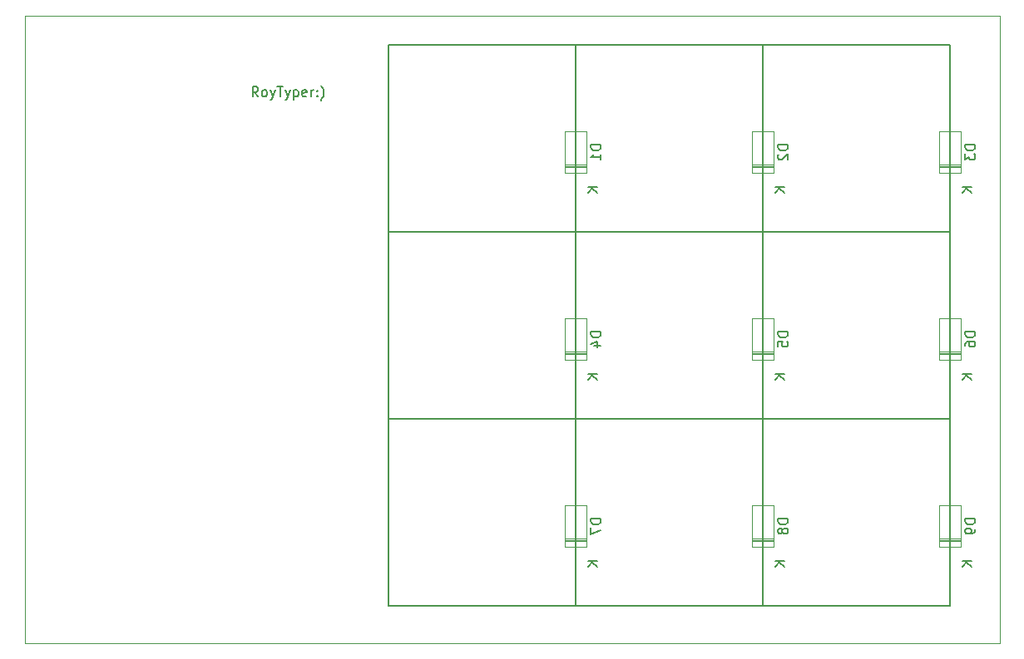
<source format=gbr>
%TF.GenerationSoftware,KiCad,Pcbnew,8.0.8*%
%TF.CreationDate,2025-02-16T15:54:53+05:30*%
%TF.ProjectId,RoyTyper,526f7954-7970-4657-922e-6b696361645f,rev?*%
%TF.SameCoordinates,Original*%
%TF.FileFunction,Legend,Bot*%
%TF.FilePolarity,Positive*%
%FSLAX46Y46*%
G04 Gerber Fmt 4.6, Leading zero omitted, Abs format (unit mm)*
G04 Created by KiCad (PCBNEW 8.0.8) date 2025-02-16 15:54:53*
%MOMM*%
%LPD*%
G01*
G04 APERTURE LIST*
%ADD10C,0.150000*%
%ADD11C,0.120000*%
%TA.AperFunction,Profile*%
%ADD12C,0.050000*%
%TD*%
G04 APERTURE END LIST*
D10*
X130899819Y-108640655D02*
X129899819Y-108640655D01*
X129899819Y-108640655D02*
X129899819Y-108878750D01*
X129899819Y-108878750D02*
X129947438Y-109021607D01*
X129947438Y-109021607D02*
X130042676Y-109116845D01*
X130042676Y-109116845D02*
X130137914Y-109164464D01*
X130137914Y-109164464D02*
X130328390Y-109212083D01*
X130328390Y-109212083D02*
X130471247Y-109212083D01*
X130471247Y-109212083D02*
X130661723Y-109164464D01*
X130661723Y-109164464D02*
X130756961Y-109116845D01*
X130756961Y-109116845D02*
X130852200Y-109021607D01*
X130852200Y-109021607D02*
X130899819Y-108878750D01*
X130899819Y-108878750D02*
X130899819Y-108640655D01*
X130328390Y-109783512D02*
X130280771Y-109688274D01*
X130280771Y-109688274D02*
X130233152Y-109640655D01*
X130233152Y-109640655D02*
X130137914Y-109593036D01*
X130137914Y-109593036D02*
X130090295Y-109593036D01*
X130090295Y-109593036D02*
X129995057Y-109640655D01*
X129995057Y-109640655D02*
X129947438Y-109688274D01*
X129947438Y-109688274D02*
X129899819Y-109783512D01*
X129899819Y-109783512D02*
X129899819Y-109973988D01*
X129899819Y-109973988D02*
X129947438Y-110069226D01*
X129947438Y-110069226D02*
X129995057Y-110116845D01*
X129995057Y-110116845D02*
X130090295Y-110164464D01*
X130090295Y-110164464D02*
X130137914Y-110164464D01*
X130137914Y-110164464D02*
X130233152Y-110116845D01*
X130233152Y-110116845D02*
X130280771Y-110069226D01*
X130280771Y-110069226D02*
X130328390Y-109973988D01*
X130328390Y-109973988D02*
X130328390Y-109783512D01*
X130328390Y-109783512D02*
X130376009Y-109688274D01*
X130376009Y-109688274D02*
X130423628Y-109640655D01*
X130423628Y-109640655D02*
X130518866Y-109593036D01*
X130518866Y-109593036D02*
X130709342Y-109593036D01*
X130709342Y-109593036D02*
X130804580Y-109640655D01*
X130804580Y-109640655D02*
X130852200Y-109688274D01*
X130852200Y-109688274D02*
X130899819Y-109783512D01*
X130899819Y-109783512D02*
X130899819Y-109973988D01*
X130899819Y-109973988D02*
X130852200Y-110069226D01*
X130852200Y-110069226D02*
X130804580Y-110116845D01*
X130804580Y-110116845D02*
X130709342Y-110164464D01*
X130709342Y-110164464D02*
X130518866Y-110164464D01*
X130518866Y-110164464D02*
X130423628Y-110116845D01*
X130423628Y-110116845D02*
X130376009Y-110069226D01*
X130376009Y-110069226D02*
X130328390Y-109973988D01*
X130579819Y-112926845D02*
X129579819Y-112926845D01*
X130579819Y-113498273D02*
X130008390Y-113069702D01*
X129579819Y-113498273D02*
X130151247Y-112926845D01*
X111849819Y-108640655D02*
X110849819Y-108640655D01*
X110849819Y-108640655D02*
X110849819Y-108878750D01*
X110849819Y-108878750D02*
X110897438Y-109021607D01*
X110897438Y-109021607D02*
X110992676Y-109116845D01*
X110992676Y-109116845D02*
X111087914Y-109164464D01*
X111087914Y-109164464D02*
X111278390Y-109212083D01*
X111278390Y-109212083D02*
X111421247Y-109212083D01*
X111421247Y-109212083D02*
X111611723Y-109164464D01*
X111611723Y-109164464D02*
X111706961Y-109116845D01*
X111706961Y-109116845D02*
X111802200Y-109021607D01*
X111802200Y-109021607D02*
X111849819Y-108878750D01*
X111849819Y-108878750D02*
X111849819Y-108640655D01*
X110849819Y-109545417D02*
X110849819Y-110212083D01*
X110849819Y-110212083D02*
X111849819Y-109783512D01*
X111529819Y-112926845D02*
X110529819Y-112926845D01*
X111529819Y-113498273D02*
X110958390Y-113069702D01*
X110529819Y-113498273D02*
X111101247Y-112926845D01*
X149949819Y-70540655D02*
X148949819Y-70540655D01*
X148949819Y-70540655D02*
X148949819Y-70778750D01*
X148949819Y-70778750D02*
X148997438Y-70921607D01*
X148997438Y-70921607D02*
X149092676Y-71016845D01*
X149092676Y-71016845D02*
X149187914Y-71064464D01*
X149187914Y-71064464D02*
X149378390Y-71112083D01*
X149378390Y-71112083D02*
X149521247Y-71112083D01*
X149521247Y-71112083D02*
X149711723Y-71064464D01*
X149711723Y-71064464D02*
X149806961Y-71016845D01*
X149806961Y-71016845D02*
X149902200Y-70921607D01*
X149902200Y-70921607D02*
X149949819Y-70778750D01*
X149949819Y-70778750D02*
X149949819Y-70540655D01*
X148949819Y-71445417D02*
X148949819Y-72064464D01*
X148949819Y-72064464D02*
X149330771Y-71731131D01*
X149330771Y-71731131D02*
X149330771Y-71873988D01*
X149330771Y-71873988D02*
X149378390Y-71969226D01*
X149378390Y-71969226D02*
X149426009Y-72016845D01*
X149426009Y-72016845D02*
X149521247Y-72064464D01*
X149521247Y-72064464D02*
X149759342Y-72064464D01*
X149759342Y-72064464D02*
X149854580Y-72016845D01*
X149854580Y-72016845D02*
X149902200Y-71969226D01*
X149902200Y-71969226D02*
X149949819Y-71873988D01*
X149949819Y-71873988D02*
X149949819Y-71588274D01*
X149949819Y-71588274D02*
X149902200Y-71493036D01*
X149902200Y-71493036D02*
X149854580Y-71445417D01*
X149629819Y-74826845D02*
X148629819Y-74826845D01*
X149629819Y-75398273D02*
X149058390Y-74969702D01*
X148629819Y-75398273D02*
X149201247Y-74826845D01*
X149949819Y-108640655D02*
X148949819Y-108640655D01*
X148949819Y-108640655D02*
X148949819Y-108878750D01*
X148949819Y-108878750D02*
X148997438Y-109021607D01*
X148997438Y-109021607D02*
X149092676Y-109116845D01*
X149092676Y-109116845D02*
X149187914Y-109164464D01*
X149187914Y-109164464D02*
X149378390Y-109212083D01*
X149378390Y-109212083D02*
X149521247Y-109212083D01*
X149521247Y-109212083D02*
X149711723Y-109164464D01*
X149711723Y-109164464D02*
X149806961Y-109116845D01*
X149806961Y-109116845D02*
X149902200Y-109021607D01*
X149902200Y-109021607D02*
X149949819Y-108878750D01*
X149949819Y-108878750D02*
X149949819Y-108640655D01*
X149949819Y-109688274D02*
X149949819Y-109878750D01*
X149949819Y-109878750D02*
X149902200Y-109973988D01*
X149902200Y-109973988D02*
X149854580Y-110021607D01*
X149854580Y-110021607D02*
X149711723Y-110116845D01*
X149711723Y-110116845D02*
X149521247Y-110164464D01*
X149521247Y-110164464D02*
X149140295Y-110164464D01*
X149140295Y-110164464D02*
X149045057Y-110116845D01*
X149045057Y-110116845D02*
X148997438Y-110069226D01*
X148997438Y-110069226D02*
X148949819Y-109973988D01*
X148949819Y-109973988D02*
X148949819Y-109783512D01*
X148949819Y-109783512D02*
X148997438Y-109688274D01*
X148997438Y-109688274D02*
X149045057Y-109640655D01*
X149045057Y-109640655D02*
X149140295Y-109593036D01*
X149140295Y-109593036D02*
X149378390Y-109593036D01*
X149378390Y-109593036D02*
X149473628Y-109640655D01*
X149473628Y-109640655D02*
X149521247Y-109688274D01*
X149521247Y-109688274D02*
X149568866Y-109783512D01*
X149568866Y-109783512D02*
X149568866Y-109973988D01*
X149568866Y-109973988D02*
X149521247Y-110069226D01*
X149521247Y-110069226D02*
X149473628Y-110116845D01*
X149473628Y-110116845D02*
X149378390Y-110164464D01*
X149629819Y-112926845D02*
X148629819Y-112926845D01*
X149629819Y-113498273D02*
X149058390Y-113069702D01*
X148629819Y-113498273D02*
X149201247Y-112926845D01*
X149949819Y-89590655D02*
X148949819Y-89590655D01*
X148949819Y-89590655D02*
X148949819Y-89828750D01*
X148949819Y-89828750D02*
X148997438Y-89971607D01*
X148997438Y-89971607D02*
X149092676Y-90066845D01*
X149092676Y-90066845D02*
X149187914Y-90114464D01*
X149187914Y-90114464D02*
X149378390Y-90162083D01*
X149378390Y-90162083D02*
X149521247Y-90162083D01*
X149521247Y-90162083D02*
X149711723Y-90114464D01*
X149711723Y-90114464D02*
X149806961Y-90066845D01*
X149806961Y-90066845D02*
X149902200Y-89971607D01*
X149902200Y-89971607D02*
X149949819Y-89828750D01*
X149949819Y-89828750D02*
X149949819Y-89590655D01*
X148949819Y-91019226D02*
X148949819Y-90828750D01*
X148949819Y-90828750D02*
X148997438Y-90733512D01*
X148997438Y-90733512D02*
X149045057Y-90685893D01*
X149045057Y-90685893D02*
X149187914Y-90590655D01*
X149187914Y-90590655D02*
X149378390Y-90543036D01*
X149378390Y-90543036D02*
X149759342Y-90543036D01*
X149759342Y-90543036D02*
X149854580Y-90590655D01*
X149854580Y-90590655D02*
X149902200Y-90638274D01*
X149902200Y-90638274D02*
X149949819Y-90733512D01*
X149949819Y-90733512D02*
X149949819Y-90923988D01*
X149949819Y-90923988D02*
X149902200Y-91019226D01*
X149902200Y-91019226D02*
X149854580Y-91066845D01*
X149854580Y-91066845D02*
X149759342Y-91114464D01*
X149759342Y-91114464D02*
X149521247Y-91114464D01*
X149521247Y-91114464D02*
X149426009Y-91066845D01*
X149426009Y-91066845D02*
X149378390Y-91019226D01*
X149378390Y-91019226D02*
X149330771Y-90923988D01*
X149330771Y-90923988D02*
X149330771Y-90733512D01*
X149330771Y-90733512D02*
X149378390Y-90638274D01*
X149378390Y-90638274D02*
X149426009Y-90590655D01*
X149426009Y-90590655D02*
X149521247Y-90543036D01*
X149629819Y-93876845D02*
X148629819Y-93876845D01*
X149629819Y-94448273D02*
X149058390Y-94019702D01*
X148629819Y-94448273D02*
X149201247Y-93876845D01*
X130899819Y-70540655D02*
X129899819Y-70540655D01*
X129899819Y-70540655D02*
X129899819Y-70778750D01*
X129899819Y-70778750D02*
X129947438Y-70921607D01*
X129947438Y-70921607D02*
X130042676Y-71016845D01*
X130042676Y-71016845D02*
X130137914Y-71064464D01*
X130137914Y-71064464D02*
X130328390Y-71112083D01*
X130328390Y-71112083D02*
X130471247Y-71112083D01*
X130471247Y-71112083D02*
X130661723Y-71064464D01*
X130661723Y-71064464D02*
X130756961Y-71016845D01*
X130756961Y-71016845D02*
X130852200Y-70921607D01*
X130852200Y-70921607D02*
X130899819Y-70778750D01*
X130899819Y-70778750D02*
X130899819Y-70540655D01*
X129995057Y-71493036D02*
X129947438Y-71540655D01*
X129947438Y-71540655D02*
X129899819Y-71635893D01*
X129899819Y-71635893D02*
X129899819Y-71873988D01*
X129899819Y-71873988D02*
X129947438Y-71969226D01*
X129947438Y-71969226D02*
X129995057Y-72016845D01*
X129995057Y-72016845D02*
X130090295Y-72064464D01*
X130090295Y-72064464D02*
X130185533Y-72064464D01*
X130185533Y-72064464D02*
X130328390Y-72016845D01*
X130328390Y-72016845D02*
X130899819Y-71445417D01*
X130899819Y-71445417D02*
X130899819Y-72064464D01*
X130579819Y-74826845D02*
X129579819Y-74826845D01*
X130579819Y-75398273D02*
X130008390Y-74969702D01*
X129579819Y-75398273D02*
X130151247Y-74826845D01*
X130899819Y-89590655D02*
X129899819Y-89590655D01*
X129899819Y-89590655D02*
X129899819Y-89828750D01*
X129899819Y-89828750D02*
X129947438Y-89971607D01*
X129947438Y-89971607D02*
X130042676Y-90066845D01*
X130042676Y-90066845D02*
X130137914Y-90114464D01*
X130137914Y-90114464D02*
X130328390Y-90162083D01*
X130328390Y-90162083D02*
X130471247Y-90162083D01*
X130471247Y-90162083D02*
X130661723Y-90114464D01*
X130661723Y-90114464D02*
X130756961Y-90066845D01*
X130756961Y-90066845D02*
X130852200Y-89971607D01*
X130852200Y-89971607D02*
X130899819Y-89828750D01*
X130899819Y-89828750D02*
X130899819Y-89590655D01*
X129899819Y-91066845D02*
X129899819Y-90590655D01*
X129899819Y-90590655D02*
X130376009Y-90543036D01*
X130376009Y-90543036D02*
X130328390Y-90590655D01*
X130328390Y-90590655D02*
X130280771Y-90685893D01*
X130280771Y-90685893D02*
X130280771Y-90923988D01*
X130280771Y-90923988D02*
X130328390Y-91019226D01*
X130328390Y-91019226D02*
X130376009Y-91066845D01*
X130376009Y-91066845D02*
X130471247Y-91114464D01*
X130471247Y-91114464D02*
X130709342Y-91114464D01*
X130709342Y-91114464D02*
X130804580Y-91066845D01*
X130804580Y-91066845D02*
X130852200Y-91019226D01*
X130852200Y-91019226D02*
X130899819Y-90923988D01*
X130899819Y-90923988D02*
X130899819Y-90685893D01*
X130899819Y-90685893D02*
X130852200Y-90590655D01*
X130852200Y-90590655D02*
X130804580Y-90543036D01*
X130579819Y-93876845D02*
X129579819Y-93876845D01*
X130579819Y-94448273D02*
X130008390Y-94019702D01*
X129579819Y-94448273D02*
X130151247Y-93876845D01*
X111849819Y-70540655D02*
X110849819Y-70540655D01*
X110849819Y-70540655D02*
X110849819Y-70778750D01*
X110849819Y-70778750D02*
X110897438Y-70921607D01*
X110897438Y-70921607D02*
X110992676Y-71016845D01*
X110992676Y-71016845D02*
X111087914Y-71064464D01*
X111087914Y-71064464D02*
X111278390Y-71112083D01*
X111278390Y-71112083D02*
X111421247Y-71112083D01*
X111421247Y-71112083D02*
X111611723Y-71064464D01*
X111611723Y-71064464D02*
X111706961Y-71016845D01*
X111706961Y-71016845D02*
X111802200Y-70921607D01*
X111802200Y-70921607D02*
X111849819Y-70778750D01*
X111849819Y-70778750D02*
X111849819Y-70540655D01*
X111849819Y-72064464D02*
X111849819Y-71493036D01*
X111849819Y-71778750D02*
X110849819Y-71778750D01*
X110849819Y-71778750D02*
X110992676Y-71683512D01*
X110992676Y-71683512D02*
X111087914Y-71588274D01*
X111087914Y-71588274D02*
X111135533Y-71493036D01*
X111529819Y-74826845D02*
X110529819Y-74826845D01*
X111529819Y-75398273D02*
X110958390Y-74969702D01*
X110529819Y-75398273D02*
X111101247Y-74826845D01*
X111849819Y-89590655D02*
X110849819Y-89590655D01*
X110849819Y-89590655D02*
X110849819Y-89828750D01*
X110849819Y-89828750D02*
X110897438Y-89971607D01*
X110897438Y-89971607D02*
X110992676Y-90066845D01*
X110992676Y-90066845D02*
X111087914Y-90114464D01*
X111087914Y-90114464D02*
X111278390Y-90162083D01*
X111278390Y-90162083D02*
X111421247Y-90162083D01*
X111421247Y-90162083D02*
X111611723Y-90114464D01*
X111611723Y-90114464D02*
X111706961Y-90066845D01*
X111706961Y-90066845D02*
X111802200Y-89971607D01*
X111802200Y-89971607D02*
X111849819Y-89828750D01*
X111849819Y-89828750D02*
X111849819Y-89590655D01*
X111183152Y-91019226D02*
X111849819Y-91019226D01*
X110802200Y-90781131D02*
X111516485Y-90543036D01*
X111516485Y-90543036D02*
X111516485Y-91162083D01*
X111529819Y-93876845D02*
X110529819Y-93876845D01*
X111529819Y-94448273D02*
X110958390Y-94019702D01*
X110529819Y-94448273D02*
X111101247Y-93876845D01*
D11*
%TO.C,D8*%
X127205000Y-107258750D02*
X127205000Y-111498750D01*
X127205000Y-110658750D02*
X129445000Y-110658750D01*
X127205000Y-110778750D02*
X129445000Y-110778750D01*
X127205000Y-110898750D02*
X129445000Y-110898750D01*
X127205000Y-111498750D02*
X129445000Y-111498750D01*
X128325000Y-107258750D02*
X128325000Y-106608750D01*
X128325000Y-111498750D02*
X128325000Y-112148750D01*
X129445000Y-107258750D02*
X127205000Y-107258750D01*
X129445000Y-111498750D02*
X129445000Y-107258750D01*
%TO.C,D7*%
X108155000Y-107258750D02*
X108155000Y-111498750D01*
X108155000Y-110658750D02*
X110395000Y-110658750D01*
X108155000Y-110778750D02*
X110395000Y-110778750D01*
X108155000Y-110898750D02*
X110395000Y-110898750D01*
X108155000Y-111498750D02*
X110395000Y-111498750D01*
X109275000Y-107258750D02*
X109275000Y-106608750D01*
X109275000Y-111498750D02*
X109275000Y-112148750D01*
X110395000Y-107258750D02*
X108155000Y-107258750D01*
X110395000Y-111498750D02*
X110395000Y-107258750D01*
%TO.C,D3*%
X146255000Y-69158750D02*
X146255000Y-73398750D01*
X146255000Y-72558750D02*
X148495000Y-72558750D01*
X146255000Y-72678750D02*
X148495000Y-72678750D01*
X146255000Y-72798750D02*
X148495000Y-72798750D01*
X146255000Y-73398750D02*
X148495000Y-73398750D01*
X147375000Y-69158750D02*
X147375000Y-68508750D01*
X147375000Y-73398750D02*
X147375000Y-74048750D01*
X148495000Y-69158750D02*
X146255000Y-69158750D01*
X148495000Y-73398750D02*
X148495000Y-69158750D01*
%TO.C,D9*%
X146255000Y-107258750D02*
X146255000Y-111498750D01*
X146255000Y-110658750D02*
X148495000Y-110658750D01*
X146255000Y-110778750D02*
X148495000Y-110778750D01*
X146255000Y-110898750D02*
X148495000Y-110898750D01*
X146255000Y-111498750D02*
X148495000Y-111498750D01*
X147375000Y-107258750D02*
X147375000Y-106608750D01*
X147375000Y-111498750D02*
X147375000Y-112148750D01*
X148495000Y-107258750D02*
X146255000Y-107258750D01*
X148495000Y-111498750D02*
X148495000Y-107258750D01*
%TO.C,D6*%
X146255000Y-88208750D02*
X146255000Y-92448750D01*
X146255000Y-91608750D02*
X148495000Y-91608750D01*
X146255000Y-91728750D02*
X148495000Y-91728750D01*
X146255000Y-91848750D02*
X148495000Y-91848750D01*
X146255000Y-92448750D02*
X148495000Y-92448750D01*
X147375000Y-88208750D02*
X147375000Y-87558750D01*
X147375000Y-92448750D02*
X147375000Y-93098750D01*
X148495000Y-88208750D02*
X146255000Y-88208750D01*
X148495000Y-92448750D02*
X148495000Y-88208750D01*
%TO.C,D2*%
X127205000Y-69158750D02*
X127205000Y-73398750D01*
X127205000Y-72558750D02*
X129445000Y-72558750D01*
X127205000Y-72678750D02*
X129445000Y-72678750D01*
X127205000Y-72798750D02*
X129445000Y-72798750D01*
X127205000Y-73398750D02*
X129445000Y-73398750D01*
X128325000Y-69158750D02*
X128325000Y-68508750D01*
X128325000Y-73398750D02*
X128325000Y-74048750D01*
X129445000Y-69158750D02*
X127205000Y-69158750D01*
X129445000Y-73398750D02*
X129445000Y-69158750D01*
%TO.C,D5*%
X127205000Y-88208750D02*
X127205000Y-92448750D01*
X127205000Y-91608750D02*
X129445000Y-91608750D01*
X127205000Y-91728750D02*
X129445000Y-91728750D01*
X127205000Y-91848750D02*
X129445000Y-91848750D01*
X127205000Y-92448750D02*
X129445000Y-92448750D01*
X128325000Y-88208750D02*
X128325000Y-87558750D01*
X128325000Y-92448750D02*
X128325000Y-93098750D01*
X129445000Y-88208750D02*
X127205000Y-88208750D01*
X129445000Y-92448750D02*
X129445000Y-88208750D01*
%TO.C,D1*%
X108155000Y-69158750D02*
X108155000Y-73398750D01*
X108155000Y-72558750D02*
X110395000Y-72558750D01*
X108155000Y-72678750D02*
X110395000Y-72678750D01*
X108155000Y-72798750D02*
X110395000Y-72798750D01*
X108155000Y-73398750D02*
X110395000Y-73398750D01*
X109275000Y-69158750D02*
X109275000Y-68508750D01*
X109275000Y-73398750D02*
X109275000Y-74048750D01*
X110395000Y-69158750D02*
X108155000Y-69158750D01*
X110395000Y-73398750D02*
X110395000Y-69158750D01*
%TO.C,D4*%
X108155000Y-88208750D02*
X108155000Y-92448750D01*
X108155000Y-91608750D02*
X110395000Y-91608750D01*
X108155000Y-91728750D02*
X110395000Y-91728750D01*
X108155000Y-91848750D02*
X110395000Y-91848750D01*
X108155000Y-92448750D02*
X110395000Y-92448750D01*
X109275000Y-88208750D02*
X109275000Y-87558750D01*
X109275000Y-92448750D02*
X109275000Y-93098750D01*
X110395000Y-88208750D02*
X108155000Y-88208750D01*
X110395000Y-92448750D02*
X110395000Y-88208750D01*
%TD*%
D10*
%TO.C,SW3*%
X128325000Y-60325000D02*
X147375000Y-60325000D01*
X128325000Y-79375000D02*
X128325000Y-60325000D01*
X147375000Y-60325000D02*
X147375000Y-79375000D01*
X147375000Y-79375000D02*
X128325000Y-79375000D01*
%TO.C,SW6*%
X128325000Y-79375000D02*
X147375000Y-79375000D01*
X128325000Y-98425000D02*
X128325000Y-79375000D01*
X147375000Y-79375000D02*
X147375000Y-98425000D01*
X147375000Y-98425000D02*
X128325000Y-98425000D01*
%TO.C,SW1*%
X90225000Y-60325000D02*
X109275000Y-60325000D01*
X90225000Y-79375000D02*
X90225000Y-60325000D01*
X109275000Y-60325000D02*
X109275000Y-79375000D01*
X109275000Y-79375000D02*
X90225000Y-79375000D01*
%TO.C,SW4*%
X90225000Y-79375000D02*
X109275000Y-79375000D01*
X90225000Y-98425000D02*
X90225000Y-79375000D01*
X109275000Y-79375000D02*
X109275000Y-98425000D01*
X109275000Y-98425000D02*
X90225000Y-98425000D01*
%TO.C,SW5*%
X109275000Y-79375000D02*
X128325000Y-79375000D01*
X109275000Y-98425000D02*
X109275000Y-79375000D01*
X128325000Y-79375000D02*
X128325000Y-98425000D01*
X128325000Y-98425000D02*
X109275000Y-98425000D01*
%TO.C,SW2*%
X109275000Y-60325000D02*
X128325000Y-60325000D01*
X109275000Y-79375000D02*
X109275000Y-60325000D01*
X128325000Y-60325000D02*
X128325000Y-79375000D01*
X128325000Y-79375000D02*
X109275000Y-79375000D01*
%TO.C,SW9*%
X128325000Y-98425000D02*
X147375000Y-98425000D01*
X128325000Y-117475000D02*
X128325000Y-98425000D01*
X147375000Y-98425000D02*
X147375000Y-117475000D01*
X147375000Y-117475000D02*
X128325000Y-117475000D01*
%TO.C,SW7*%
X90225000Y-98425000D02*
X109275000Y-98425000D01*
X90225000Y-117475000D02*
X90225000Y-98425000D01*
X109275000Y-98425000D02*
X109275000Y-117475000D01*
X109275000Y-117475000D02*
X90225000Y-117475000D01*
%TO.C,SW8*%
X109275000Y-98425000D02*
X128325000Y-98425000D01*
X109275000Y-117475000D02*
X109275000Y-98425000D01*
X128325000Y-98425000D02*
X128325000Y-117475000D01*
X128325000Y-117475000D02*
X109275000Y-117475000D01*
%TD*%
D12*
X53215000Y-57345000D02*
X152445000Y-57345000D01*
X152445000Y-121285000D01*
X53215000Y-121285000D01*
X53215000Y-57345000D01*
D10*
X76983207Y-65604819D02*
X76649874Y-65128628D01*
X76411779Y-65604819D02*
X76411779Y-64604819D01*
X76411779Y-64604819D02*
X76792731Y-64604819D01*
X76792731Y-64604819D02*
X76887969Y-64652438D01*
X76887969Y-64652438D02*
X76935588Y-64700057D01*
X76935588Y-64700057D02*
X76983207Y-64795295D01*
X76983207Y-64795295D02*
X76983207Y-64938152D01*
X76983207Y-64938152D02*
X76935588Y-65033390D01*
X76935588Y-65033390D02*
X76887969Y-65081009D01*
X76887969Y-65081009D02*
X76792731Y-65128628D01*
X76792731Y-65128628D02*
X76411779Y-65128628D01*
X77554636Y-65604819D02*
X77459398Y-65557200D01*
X77459398Y-65557200D02*
X77411779Y-65509580D01*
X77411779Y-65509580D02*
X77364160Y-65414342D01*
X77364160Y-65414342D02*
X77364160Y-65128628D01*
X77364160Y-65128628D02*
X77411779Y-65033390D01*
X77411779Y-65033390D02*
X77459398Y-64985771D01*
X77459398Y-64985771D02*
X77554636Y-64938152D01*
X77554636Y-64938152D02*
X77697493Y-64938152D01*
X77697493Y-64938152D02*
X77792731Y-64985771D01*
X77792731Y-64985771D02*
X77840350Y-65033390D01*
X77840350Y-65033390D02*
X77887969Y-65128628D01*
X77887969Y-65128628D02*
X77887969Y-65414342D01*
X77887969Y-65414342D02*
X77840350Y-65509580D01*
X77840350Y-65509580D02*
X77792731Y-65557200D01*
X77792731Y-65557200D02*
X77697493Y-65604819D01*
X77697493Y-65604819D02*
X77554636Y-65604819D01*
X78221303Y-64938152D02*
X78459398Y-65604819D01*
X78697493Y-64938152D02*
X78459398Y-65604819D01*
X78459398Y-65604819D02*
X78364160Y-65842914D01*
X78364160Y-65842914D02*
X78316541Y-65890533D01*
X78316541Y-65890533D02*
X78221303Y-65938152D01*
X78935589Y-64604819D02*
X79507017Y-64604819D01*
X79221303Y-65604819D02*
X79221303Y-64604819D01*
X79745113Y-64938152D02*
X79983208Y-65604819D01*
X80221303Y-64938152D02*
X79983208Y-65604819D01*
X79983208Y-65604819D02*
X79887970Y-65842914D01*
X79887970Y-65842914D02*
X79840351Y-65890533D01*
X79840351Y-65890533D02*
X79745113Y-65938152D01*
X80602256Y-64938152D02*
X80602256Y-65938152D01*
X80602256Y-64985771D02*
X80697494Y-64938152D01*
X80697494Y-64938152D02*
X80887970Y-64938152D01*
X80887970Y-64938152D02*
X80983208Y-64985771D01*
X80983208Y-64985771D02*
X81030827Y-65033390D01*
X81030827Y-65033390D02*
X81078446Y-65128628D01*
X81078446Y-65128628D02*
X81078446Y-65414342D01*
X81078446Y-65414342D02*
X81030827Y-65509580D01*
X81030827Y-65509580D02*
X80983208Y-65557200D01*
X80983208Y-65557200D02*
X80887970Y-65604819D01*
X80887970Y-65604819D02*
X80697494Y-65604819D01*
X80697494Y-65604819D02*
X80602256Y-65557200D01*
X81887970Y-65557200D02*
X81792732Y-65604819D01*
X81792732Y-65604819D02*
X81602256Y-65604819D01*
X81602256Y-65604819D02*
X81507018Y-65557200D01*
X81507018Y-65557200D02*
X81459399Y-65461961D01*
X81459399Y-65461961D02*
X81459399Y-65081009D01*
X81459399Y-65081009D02*
X81507018Y-64985771D01*
X81507018Y-64985771D02*
X81602256Y-64938152D01*
X81602256Y-64938152D02*
X81792732Y-64938152D01*
X81792732Y-64938152D02*
X81887970Y-64985771D01*
X81887970Y-64985771D02*
X81935589Y-65081009D01*
X81935589Y-65081009D02*
X81935589Y-65176247D01*
X81935589Y-65176247D02*
X81459399Y-65271485D01*
X82364161Y-65604819D02*
X82364161Y-64938152D01*
X82364161Y-65128628D02*
X82411780Y-65033390D01*
X82411780Y-65033390D02*
X82459399Y-64985771D01*
X82459399Y-64985771D02*
X82554637Y-64938152D01*
X82554637Y-64938152D02*
X82649875Y-64938152D01*
X82983209Y-65509580D02*
X83030828Y-65557200D01*
X83030828Y-65557200D02*
X82983209Y-65604819D01*
X82983209Y-65604819D02*
X82935590Y-65557200D01*
X82935590Y-65557200D02*
X82983209Y-65509580D01*
X82983209Y-65509580D02*
X82983209Y-65604819D01*
X82983209Y-64985771D02*
X83030828Y-65033390D01*
X83030828Y-65033390D02*
X82983209Y-65081009D01*
X82983209Y-65081009D02*
X82935590Y-65033390D01*
X82935590Y-65033390D02*
X82983209Y-64985771D01*
X82983209Y-64985771D02*
X82983209Y-65081009D01*
X83364161Y-65985771D02*
X83411780Y-65938152D01*
X83411780Y-65938152D02*
X83507018Y-65795295D01*
X83507018Y-65795295D02*
X83554637Y-65700057D01*
X83554637Y-65700057D02*
X83602256Y-65557200D01*
X83602256Y-65557200D02*
X83649875Y-65319104D01*
X83649875Y-65319104D02*
X83649875Y-65128628D01*
X83649875Y-65128628D02*
X83602256Y-64890533D01*
X83602256Y-64890533D02*
X83554637Y-64747676D01*
X83554637Y-64747676D02*
X83507018Y-64652438D01*
X83507018Y-64652438D02*
X83411780Y-64509580D01*
X83411780Y-64509580D02*
X83364161Y-64461961D01*
M02*

</source>
